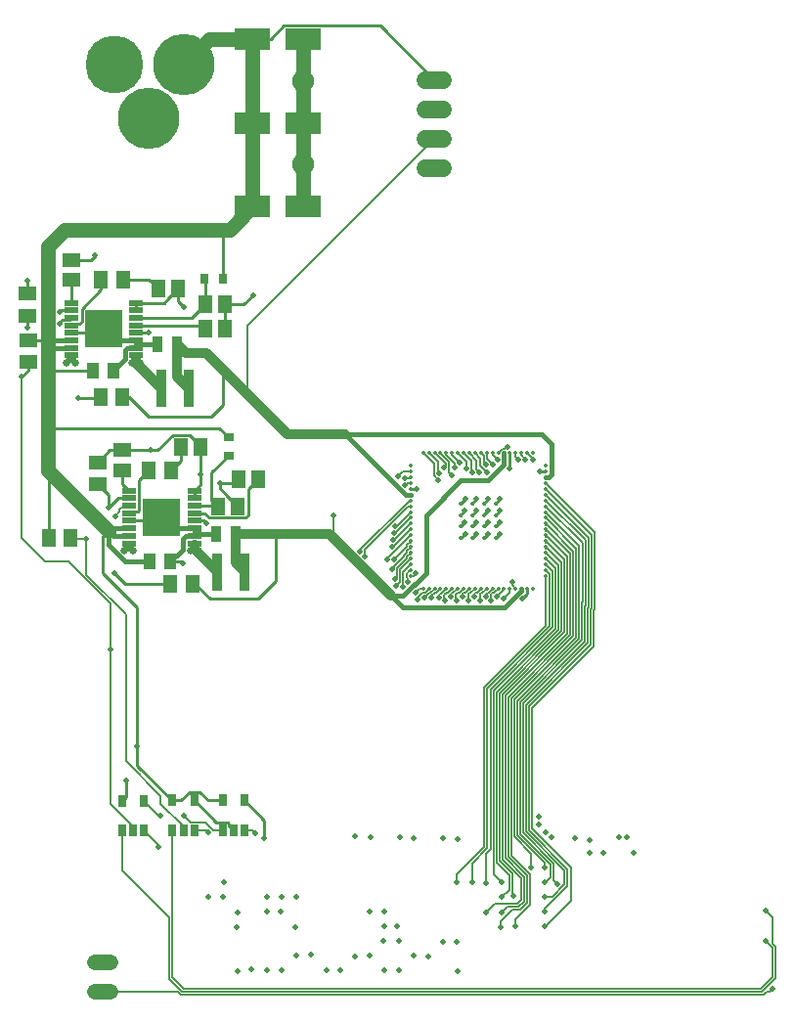
<source format=gbr>
G04 EAGLE Gerber RS-274X export*
G75*
%MOMM*%
%FSLAX34Y34*%
%LPD*%
%INTop Copper*%
%IPPOS*%
%AMOC8*
5,1,8,0,0,1.08239X$1,22.5*%
G01*
%ADD10R,1.300000X1.500000*%
%ADD11R,0.970000X1.470000*%
%ADD12R,1.500000X1.300000*%
%ADD13R,0.690000X0.990000*%
%ADD14R,0.800000X0.950000*%
%ADD15R,0.950000X0.800000*%
%ADD16R,1.271900X0.581800*%
%ADD17R,3.300000X3.300000*%
%ADD18C,1.524000*%
%ADD19R,0.961800X3.341800*%
%ADD20R,3.150000X1.850000*%
%ADD21C,0.340000*%
%ADD22R,1.037100X1.361800*%
%ADD23C,1.371600*%
%ADD24C,5.300000*%
%ADD25C,5.000000*%
%ADD26C,1.270000*%
%ADD27C,1.905000*%
%ADD28C,0.254000*%
%ADD29C,0.503200*%
%ADD30C,0.406400*%
%ADD31C,0.152400*%
%ADD32C,0.812800*%
%ADD33C,0.675000*%


D10*
X128100Y635700D03*
X145100Y635700D03*
X148000Y499100D03*
X165000Y499100D03*
X169000Y622300D03*
X186000Y622300D03*
X179500Y447400D03*
X196500Y447400D03*
D11*
X144200Y587400D03*
X127600Y587400D03*
X194900Y423200D03*
X178300Y423200D03*
D12*
X53000Y643500D03*
X53000Y660500D03*
X97300Y478900D03*
X97300Y495900D03*
D10*
X169100Y601100D03*
X186100Y601100D03*
X214400Y470600D03*
X197400Y470600D03*
D13*
X96900Y166700D03*
X106400Y166700D03*
X115900Y166700D03*
X115900Y192600D03*
X96900Y192600D03*
X140400Y166900D03*
X149900Y166900D03*
X159400Y166900D03*
X159400Y192800D03*
X140400Y192800D03*
X183800Y166900D03*
X193300Y166900D03*
X202800Y166900D03*
X202800Y192800D03*
X183800Y192800D03*
D10*
X97600Y643900D03*
X78600Y643900D03*
X138900Y478300D03*
X119900Y478300D03*
D14*
X168300Y644200D03*
X184300Y644200D03*
D15*
X188800Y491200D03*
X188800Y507200D03*
D10*
X157500Y380500D03*
X138500Y380500D03*
D12*
X75800Y466600D03*
X75800Y485600D03*
X15300Y572100D03*
X15300Y591100D03*
D10*
X52100Y420300D03*
X33100Y420300D03*
D16*
X52583Y623650D03*
X52583Y617150D03*
X52583Y610650D03*
X52583Y604150D03*
X52583Y597650D03*
X52583Y591150D03*
X52583Y584650D03*
X52583Y578150D03*
X109017Y578150D03*
X109017Y584650D03*
X109017Y591150D03*
X109017Y597650D03*
X109017Y604150D03*
X109017Y610650D03*
X109017Y617150D03*
X109017Y623650D03*
D17*
X80800Y600900D03*
D16*
X102883Y460950D03*
X102883Y454450D03*
X102883Y447950D03*
X102883Y441450D03*
X102883Y434950D03*
X102883Y428450D03*
X102883Y421950D03*
X102883Y415450D03*
X159317Y415450D03*
X159317Y421950D03*
X159317Y428450D03*
X159317Y434950D03*
X159317Y441450D03*
X159317Y447950D03*
X159317Y454450D03*
X159317Y460950D03*
D17*
X131100Y438200D03*
D18*
X359780Y740500D02*
X375020Y740500D01*
X375020Y765900D02*
X359780Y765900D01*
X359780Y791300D02*
X375020Y791300D01*
X375020Y816700D02*
X359780Y816700D01*
D19*
X130450Y550000D03*
X154150Y550000D03*
X179250Y390800D03*
X202950Y390800D03*
D20*
X209500Y852000D03*
X253500Y852000D03*
X209700Y779300D03*
X253700Y779300D03*
X209800Y706900D03*
X253800Y706900D03*
D21*
X357500Y493500D03*
X362500Y493500D03*
X367500Y493500D03*
X372500Y493500D03*
X377500Y493500D03*
X382500Y493500D03*
X387500Y493500D03*
X392500Y493500D03*
X397500Y493500D03*
X402500Y493500D03*
X407500Y493500D03*
X412500Y493500D03*
X417500Y493500D03*
X422500Y493500D03*
X427500Y493500D03*
X432500Y493500D03*
X437500Y493500D03*
X442500Y493500D03*
X447500Y493500D03*
X452500Y493500D03*
X357500Y376400D03*
X362500Y376400D03*
X367500Y376400D03*
X372500Y376400D03*
X377500Y376400D03*
X382500Y376400D03*
X387500Y376400D03*
X392500Y376400D03*
X397500Y376400D03*
X402500Y376400D03*
X407500Y376400D03*
X412500Y376400D03*
X417500Y376400D03*
X422500Y376400D03*
X427500Y376400D03*
X432500Y376400D03*
X437500Y376400D03*
X442500Y376400D03*
X447500Y376400D03*
X452500Y376400D03*
X346400Y387500D03*
X346400Y392500D03*
X346400Y397500D03*
X346400Y402500D03*
X346400Y407500D03*
X346400Y412500D03*
X346400Y417500D03*
X346400Y422500D03*
X346400Y427500D03*
X346400Y432500D03*
X346400Y437500D03*
X346400Y442500D03*
X346400Y447500D03*
X346400Y452500D03*
X346400Y457500D03*
X346400Y462500D03*
X346400Y467500D03*
X346400Y472500D03*
X346400Y477500D03*
X346400Y482500D03*
X463700Y387500D03*
X463700Y392500D03*
X463700Y397500D03*
X463700Y402500D03*
X463700Y407500D03*
X463700Y412500D03*
X463700Y417500D03*
X463700Y422500D03*
X463700Y427500D03*
X463700Y432500D03*
X463700Y437500D03*
X463700Y442500D03*
X463700Y447500D03*
X463700Y452500D03*
X463700Y457500D03*
X463700Y462500D03*
X463700Y467500D03*
X463700Y472500D03*
X463700Y477500D03*
X463700Y482500D03*
X410000Y440000D03*
X410000Y430000D03*
X400000Y430000D03*
X400000Y440000D03*
X400000Y450000D03*
X410000Y450000D03*
X420000Y450000D03*
X420000Y440000D03*
X420000Y430000D03*
X420000Y420000D03*
X410000Y420000D03*
X400000Y420000D03*
X390000Y420000D03*
X390000Y430000D03*
X390000Y440000D03*
X390000Y450000D03*
D12*
X15000Y612600D03*
X15000Y631600D03*
D10*
X97200Y542000D03*
X78200Y542000D03*
D22*
X71726Y564800D03*
X89474Y564800D03*
X121026Y399500D03*
X138774Y399500D03*
D23*
X86858Y27300D02*
X73142Y27300D01*
X73142Y52700D02*
X86858Y52700D01*
D24*
X150000Y830000D03*
D25*
X90000Y830000D03*
D24*
X120000Y783000D03*
D26*
X253500Y815500D02*
X253500Y852000D01*
X253500Y815500D02*
X253500Y779500D01*
X253700Y779300D01*
X253700Y707000D01*
X253800Y706900D01*
D27*
X253500Y815500D03*
X253900Y743200D03*
D28*
X127850Y434950D02*
X102883Y434950D01*
X127850Y434950D02*
X131100Y438200D01*
X75800Y485600D02*
X86100Y495900D01*
X97300Y495900D01*
X140553Y508886D02*
X155447Y508886D01*
X156786Y507547D01*
X121300Y495900D02*
X97300Y495900D01*
X121300Y495900D02*
X127567Y495900D01*
X140553Y508886D01*
X156786Y507547D02*
X156786Y507314D01*
X165000Y499100D01*
X165000Y466633D02*
X159317Y460950D01*
X159317Y454450D01*
D29*
X121300Y495900D03*
X164900Y474900D03*
D28*
X165000Y474800D02*
X165000Y466633D01*
X165000Y474800D02*
X164900Y474900D01*
X164900Y499000D01*
X165000Y499100D01*
D29*
X181200Y467700D03*
D28*
X188286Y455614D02*
X196500Y447400D01*
X188286Y455614D02*
X188286Y455847D01*
X181200Y462933D02*
X181200Y467700D01*
X181200Y462933D02*
X188286Y455847D01*
X194500Y467700D02*
X197400Y470600D01*
X194500Y467700D02*
X181200Y467700D01*
D30*
X178300Y423200D02*
X164567Y423200D01*
X159317Y428450D01*
X159317Y421950D01*
X149377Y410103D02*
X138774Y399500D01*
X151695Y421407D02*
X158774Y421407D01*
X159317Y421950D01*
X149377Y419089D02*
X149377Y410103D01*
X149377Y419089D02*
X151695Y421407D01*
X159317Y428450D02*
X140850Y428450D01*
X131100Y438200D01*
D28*
X138774Y399500D02*
X147300Y399500D01*
X149000Y397800D01*
X149100Y397800D01*
D29*
X149100Y397800D03*
D30*
X127600Y587400D02*
X111767Y587400D01*
X109017Y584650D01*
X109017Y591150D01*
X90550Y591150D01*
X80800Y600900D01*
X99610Y574936D02*
X89474Y564800D01*
X99610Y574936D02*
X99610Y582322D01*
X101395Y584107D01*
X108474Y584107D01*
X109017Y584650D01*
D28*
X77550Y597650D02*
X52583Y597650D01*
X77550Y597650D02*
X80800Y600900D01*
X69500Y660500D02*
X53000Y660500D01*
X69500Y660500D02*
X73700Y664700D01*
X73600Y664800D01*
D29*
X73600Y664800D03*
D28*
X186100Y622200D02*
X186100Y601100D01*
X186100Y622200D02*
X186000Y622300D01*
X202300Y622300D01*
X210000Y630000D01*
X209950Y630050D01*
D29*
X209950Y630050D03*
D28*
X109017Y623650D02*
X109017Y617150D01*
X136886Y627253D02*
X136886Y627486D01*
X145100Y635700D01*
X133283Y623650D02*
X109017Y623650D01*
X133283Y623650D02*
X136886Y627253D01*
X145100Y624900D02*
X145100Y635700D01*
X145100Y624900D02*
X150000Y620000D01*
X149950Y619950D01*
D29*
X149950Y619950D03*
D31*
X115900Y166700D02*
X128500Y154100D01*
X128500Y152800D01*
X128300Y152800D01*
D29*
X128300Y152800D03*
D31*
X159400Y166900D02*
X169400Y166900D01*
X171200Y165100D02*
X171300Y165100D01*
D29*
X171300Y165100D03*
D31*
X171200Y165100D02*
X169400Y166900D01*
X202800Y166900D02*
X209100Y166900D01*
X211900Y164100D01*
D29*
X211900Y164100D03*
D28*
X458100Y477500D02*
X463700Y477500D01*
D29*
X458100Y477500D03*
D28*
X432500Y480300D02*
X432500Y493500D01*
D29*
X432500Y480300D03*
D28*
X351600Y462500D02*
X346400Y462500D01*
D29*
X351600Y462500D03*
D28*
X447500Y376400D02*
X447500Y371600D01*
X443200Y367300D01*
D29*
X443200Y367300D03*
D28*
X390000Y450000D02*
X393700Y453700D01*
X393700Y453800D01*
D29*
X393700Y453800D03*
D28*
X400000Y450000D02*
X403800Y453800D01*
X403800Y453900D01*
D29*
X403800Y453900D03*
D28*
X410000Y450100D02*
X410000Y450000D01*
X410000Y450100D02*
X413800Y453900D01*
D29*
X413800Y453900D03*
D28*
X420000Y450000D02*
X423700Y453700D01*
X424000Y453700D01*
D29*
X424000Y453700D03*
D28*
X393600Y443600D02*
X390000Y440000D01*
X393600Y443600D02*
X393600Y443700D01*
D29*
X393600Y443700D03*
D28*
X400000Y440000D02*
X403600Y443600D01*
X403600Y443700D01*
D29*
X403600Y443700D03*
D28*
X410000Y440200D02*
X410000Y440000D01*
X410000Y440200D02*
X413600Y443800D01*
D29*
X413600Y443800D03*
D28*
X420000Y440000D02*
X423600Y443600D01*
X423600Y443700D01*
D29*
X423600Y443700D03*
D28*
X393500Y433500D02*
X390000Y430000D01*
X393500Y433500D02*
X393500Y433800D01*
D29*
X393500Y433800D03*
D28*
X400000Y430000D02*
X403600Y433600D01*
X403600Y433700D01*
D29*
X403600Y433700D03*
D28*
X410000Y430000D02*
X413700Y433700D01*
X413800Y433700D01*
D29*
X413800Y433700D03*
D28*
X420000Y430000D02*
X423600Y433600D01*
D29*
X423600Y433600D03*
D28*
X393700Y423700D02*
X390000Y420000D01*
D29*
X393700Y423700D03*
D28*
X400000Y420000D02*
X403700Y423700D01*
D29*
X403700Y423700D03*
D28*
X410000Y420000D02*
X413600Y423600D01*
D29*
X413600Y423600D03*
D28*
X420000Y420000D02*
X423600Y423600D01*
D29*
X423600Y423600D03*
D28*
X15000Y631600D02*
X15000Y642600D01*
D29*
X15000Y642600D03*
D26*
X189800Y686900D02*
X209800Y706900D01*
X189800Y686900D02*
X46900Y686900D01*
X32500Y672500D02*
X32500Y597500D01*
X32500Y587500D01*
X32500Y672500D02*
X46900Y686900D01*
D30*
X52583Y591150D02*
X38850Y591150D01*
X32500Y597500D01*
X35350Y584650D02*
X52583Y584650D01*
X35350Y584650D02*
X32500Y587500D01*
X32400Y587600D01*
D26*
X32400Y478600D02*
X84800Y426200D01*
X32400Y570000D02*
X32400Y587600D01*
X32400Y570000D02*
X32400Y515300D01*
X32400Y478600D01*
D30*
X89050Y421950D02*
X102883Y421950D01*
X89050Y421950D02*
X84800Y426200D01*
X87050Y428450D02*
X102883Y428450D01*
X87050Y428450D02*
X84800Y426200D01*
X99400Y399500D02*
X121026Y399500D01*
X84800Y414100D02*
X84800Y426200D01*
X84800Y414100D02*
X99400Y399500D01*
D26*
X150000Y830000D02*
X172000Y852000D01*
X209500Y852000D01*
X209500Y779500D01*
X209700Y779300D01*
X209800Y779200D01*
X209800Y706900D01*
D28*
X209500Y852000D02*
X225267Y852000D01*
X236803Y863536D01*
X320564Y863536D01*
X367400Y816700D01*
X33100Y477900D02*
X33100Y420300D01*
X33100Y477900D02*
X32400Y478600D01*
X180700Y515300D02*
X188800Y507200D01*
X180700Y515300D02*
X32400Y515300D01*
X37600Y564800D02*
X71726Y564800D01*
X37600Y564800D02*
X32400Y570000D01*
X28900Y591100D02*
X15300Y591100D01*
X28900Y591100D02*
X32500Y587500D01*
X184300Y644200D02*
X184300Y681400D01*
X189800Y686900D01*
X84800Y426200D02*
X80000Y421400D01*
X80000Y390000D01*
X110000Y360000D01*
X110000Y223200D02*
X140400Y192800D01*
X110000Y240000D02*
X110000Y360000D01*
X110000Y240000D02*
X110000Y223200D01*
X155003Y200036D02*
X163797Y200036D01*
X147767Y192800D02*
X140400Y192800D01*
X171033Y192800D02*
X183800Y192800D01*
X155003Y200036D02*
X147767Y192800D01*
X163797Y200036D02*
X171033Y192800D01*
D29*
X110000Y240000D03*
X100000Y210000D03*
D28*
X100000Y195700D01*
X96900Y192600D01*
D31*
X657300Y27300D02*
X660000Y30000D01*
X145516Y27300D02*
X80000Y27300D01*
X145516Y27300D02*
X147896Y24920D01*
X654484Y27300D02*
X657300Y27300D01*
X652104Y24920D02*
X147896Y24920D01*
X652104Y24920D02*
X654484Y27300D01*
D29*
X660000Y30000D03*
D31*
X437500Y376400D02*
X434693Y379207D01*
X434693Y381606D01*
D29*
X434693Y381606D03*
X387100Y45300D03*
D31*
X408800Y372700D02*
X412500Y376400D01*
X408800Y372700D02*
X407400Y372700D01*
X406613Y371913D01*
X406613Y365887D01*
D29*
X406613Y365887D03*
X336400Y46000D03*
D31*
X404100Y373000D02*
X407500Y376400D01*
X404100Y373000D02*
X404019Y373000D01*
X403941Y372922D01*
X403200Y372922D01*
X401863Y371585D01*
X401863Y369690D01*
D29*
X401863Y369690D03*
X323700Y45800D03*
D31*
X352200Y366818D02*
X352200Y368200D01*
X359000Y372900D02*
X362500Y376400D01*
X359000Y372900D02*
X356900Y372900D01*
X352200Y368200D01*
D29*
X352200Y366818D03*
X285500Y45600D03*
D31*
X354269Y376400D02*
X357500Y376400D01*
X354269Y376400D02*
X350734Y372866D01*
D29*
X350734Y372866D03*
X273500Y45900D03*
D31*
X331336Y412436D02*
X346400Y427500D01*
X331336Y412436D02*
X330264Y412436D01*
D29*
X330264Y412436D03*
X234600Y45600D03*
D31*
X332384Y418484D02*
X346400Y432500D01*
X332384Y418484D02*
X331312Y418484D01*
D29*
X331312Y418484D03*
X222150Y45850D03*
D31*
X421200Y375100D02*
X422500Y376400D01*
X421200Y375100D02*
X420978Y375100D01*
X420978Y374959D01*
X418941Y372922D01*
X417614Y372922D01*
X416290Y371598D01*
X416290Y365564D01*
D29*
X416290Y365564D03*
X361900Y57900D03*
D31*
X414000Y372900D02*
X417500Y376400D01*
X414000Y372900D02*
X413600Y372900D01*
X411613Y370913D01*
X411613Y369440D01*
D29*
X411613Y369440D03*
X348800Y58400D03*
D31*
X369100Y373000D02*
X372500Y376400D01*
X369100Y373000D02*
X369019Y373000D01*
X368941Y372922D01*
X367614Y372922D01*
X364848Y370156D02*
X364848Y368406D01*
D29*
X364848Y368406D03*
D31*
X364848Y370156D02*
X367614Y372922D01*
D29*
X310900Y58700D03*
D31*
X363800Y372700D02*
X367500Y376400D01*
X363800Y372700D02*
X362700Y372700D01*
X358800Y368800D01*
X358800Y368500D01*
D29*
X358800Y368500D03*
X298200Y58100D03*
X332372Y401728D03*
D31*
X346400Y415978D02*
X346400Y417500D01*
X346400Y415978D02*
X344959Y415978D01*
X342922Y413941D01*
X342922Y412533D01*
X340382Y409993D01*
X340382Y409739D01*
X332372Y401728D01*
D29*
X259900Y59200D03*
D31*
X326324Y402424D02*
X346400Y422500D01*
X326324Y402424D02*
X326324Y401753D01*
D29*
X326324Y401753D03*
X247400Y58600D03*
D31*
X333432Y424532D02*
X346400Y437500D01*
X333432Y424532D02*
X332360Y424532D01*
D29*
X332360Y424532D03*
X209000Y46600D03*
D31*
X334480Y430580D02*
X346400Y442500D01*
X334480Y430580D02*
X333408Y430580D01*
D29*
X333408Y430580D03*
X196550Y45250D03*
D31*
X498000Y418200D02*
X463700Y452500D01*
X498000Y361900D02*
X497780Y361680D01*
X497780Y360996D01*
X497720Y360936D01*
X497720Y360844D01*
X497658Y360782D01*
X497658Y330660D01*
X443800Y276802D01*
X443800Y164892D01*
D29*
X473600Y120400D03*
D31*
X498000Y361900D02*
X498000Y418200D01*
X443800Y164892D02*
X470540Y138152D01*
X470540Y123460D01*
X473600Y120400D01*
X495300Y415900D02*
X463700Y447500D01*
X495300Y365300D02*
X495240Y365240D01*
X495240Y362048D01*
X495180Y361988D01*
X495180Y361896D01*
X495118Y361834D01*
X495118Y331913D01*
X441260Y278055D02*
X441260Y163840D01*
X468000Y126700D02*
X463200Y121900D01*
X463000Y121900D01*
D29*
X463000Y121900D03*
D31*
X495300Y365300D02*
X495300Y415900D01*
X495118Y331913D02*
X441260Y278055D01*
X441260Y163840D02*
X468000Y137100D01*
X468000Y126700D01*
X463700Y410978D02*
X463700Y412500D01*
X463700Y410978D02*
X465141Y410978D01*
X477338Y398781D01*
D29*
X435900Y110600D03*
D31*
X434600Y129300D02*
X423480Y140420D01*
X423480Y285619D02*
X477338Y339477D01*
X477338Y398781D01*
X434600Y111900D02*
X435900Y110600D01*
X434600Y111900D02*
X434600Y129300D01*
X423480Y140420D02*
X423480Y285619D01*
X425200Y109200D02*
X425300Y109200D01*
D29*
X425200Y109200D03*
D31*
X425300Y109200D02*
X431800Y115700D01*
X431800Y128200D01*
X420940Y139060D01*
X420940Y286672D01*
X474798Y340530D01*
X474798Y396402D02*
X463700Y407500D01*
X474798Y396402D02*
X474798Y340530D01*
X399700Y138308D02*
X399700Y121700D01*
X399700Y138308D02*
X413040Y151648D01*
X463700Y392419D02*
X463700Y392500D01*
X463700Y392419D02*
X467178Y388941D01*
X467178Y343959D01*
X413040Y289821D01*
X413040Y151648D01*
D29*
X399700Y121700D03*
D31*
X463700Y344200D02*
X463700Y387500D01*
X463700Y344200D02*
X410300Y290800D01*
X410300Y152700D01*
D29*
X386400Y121800D03*
D31*
X386400Y128800D02*
X410300Y152700D01*
X386400Y128800D02*
X386400Y121800D01*
X348799Y387500D02*
X346400Y387500D01*
X348799Y387500D02*
X350650Y389350D01*
D29*
X350650Y389350D03*
X247600Y109400D03*
D31*
X344399Y390499D02*
X346400Y392500D01*
D29*
X344399Y382268D03*
D31*
X344399Y390418D02*
X344399Y390499D01*
X344399Y390418D02*
X342922Y388941D01*
X342922Y386059D01*
X344399Y384582D01*
X344399Y382268D01*
D29*
X235050Y109250D03*
D31*
X346082Y472182D02*
X346400Y472500D01*
X346082Y472182D02*
X341400Y472182D01*
D29*
X341400Y472182D03*
X185000Y121800D03*
D31*
X390900Y374800D02*
X392500Y376400D01*
X390900Y374800D02*
X390819Y374800D01*
X388941Y372922D01*
X387614Y372922D01*
X385543Y370851D01*
X385543Y366229D02*
X386209Y365564D01*
D29*
X386209Y365564D03*
D31*
X385543Y366229D02*
X385543Y370851D01*
D29*
X334600Y84300D03*
D31*
X383500Y372400D02*
X387500Y376400D01*
X383500Y372400D02*
X382400Y372400D01*
X381249Y371249D01*
X381249Y369158D01*
D29*
X381249Y369158D03*
X323600Y83800D03*
D31*
X492700Y413500D02*
X463700Y442500D01*
X492700Y363100D02*
X492640Y363040D01*
X492640Y362948D01*
X492578Y362886D01*
X492578Y332965D01*
X438720Y279107D01*
X462800Y138700D02*
X462800Y134900D01*
D29*
X462800Y134900D03*
D31*
X492700Y363100D02*
X492700Y413500D01*
X438720Y279107D02*
X438720Y162780D01*
X462800Y138700D01*
X490100Y411100D02*
X463700Y437500D01*
X490100Y364000D02*
X490038Y363938D01*
X490038Y334017D01*
X436180Y280159D01*
D29*
X451200Y135100D03*
D31*
X490100Y364000D02*
X490100Y411100D01*
X436180Y280159D02*
X436180Y161589D01*
X451200Y146569D02*
X451200Y135100D01*
X451200Y146569D02*
X436180Y161589D01*
X463700Y402419D02*
X463700Y402500D01*
X463700Y402419D02*
X472258Y393861D01*
X472258Y341682D01*
X418400Y129100D02*
X425300Y122200D01*
X418400Y129100D02*
X418400Y287824D01*
X472258Y341682D01*
D29*
X425300Y122200D03*
D31*
X412142Y146958D02*
X415780Y150596D01*
X463700Y397419D02*
X463700Y397500D01*
X463700Y397419D02*
X469718Y391401D01*
X469718Y342907D02*
X415780Y288969D01*
X415780Y150596D01*
X469718Y342907D02*
X469718Y391401D01*
X412142Y146958D02*
X412150Y146950D01*
X412150Y121650D01*
D29*
X412150Y121650D03*
D31*
X503300Y422900D02*
X463700Y462500D01*
X503300Y361000D02*
X503240Y360940D01*
X503240Y359248D01*
X502800Y358808D01*
X502800Y358739D01*
X502738Y358677D01*
X502738Y327956D01*
X448880Y274098D01*
X448880Y166996D02*
X482540Y133336D01*
X482540Y118948D01*
X462700Y99108D02*
X462700Y96300D01*
X462600Y96300D01*
D29*
X462600Y96300D03*
D31*
X503300Y361000D02*
X503300Y422900D01*
X448880Y274098D02*
X448880Y166996D01*
X482540Y118948D02*
X462700Y99108D01*
X500700Y420500D02*
X463700Y457500D01*
X500700Y360300D02*
X500260Y359860D01*
X500260Y359792D01*
X500198Y359730D01*
X500198Y329308D01*
X446340Y275450D01*
X446340Y165944D02*
X480000Y132284D01*
X480000Y120000D01*
X469200Y109200D01*
X463000Y109200D01*
X462900Y109300D01*
D29*
X462900Y109300D03*
D31*
X500700Y360300D02*
X500700Y420500D01*
X446340Y275450D02*
X446340Y165944D01*
X463700Y420978D02*
X463700Y422500D01*
X463700Y420978D02*
X465141Y420978D01*
X440100Y100700D02*
X430200Y100700D01*
X425300Y95800D01*
D29*
X425300Y95800D03*
D31*
X440100Y100700D02*
X444900Y105500D01*
X444900Y126592D02*
X428560Y142932D01*
X428560Y283415D01*
X482418Y337273D01*
X482418Y403701D02*
X465141Y420978D01*
X482418Y403701D02*
X482418Y337273D01*
X444900Y126592D02*
X444900Y105500D01*
X463700Y415978D02*
X463700Y417500D01*
X463700Y415978D02*
X465141Y415978D01*
X479878Y401241D01*
X438773Y103300D02*
X419200Y103300D01*
X412100Y96200D01*
D29*
X412100Y96200D03*
D31*
X438773Y103300D02*
X442294Y106821D01*
X442294Y125606D01*
X426020Y141880D01*
X426020Y284567D02*
X479878Y338425D01*
X479878Y401241D01*
X426020Y284567D02*
X426020Y141880D01*
X506000Y425200D02*
X463700Y467500D01*
X506000Y360100D02*
X505780Y359880D01*
X505780Y358196D01*
X505340Y357756D01*
X505340Y357687D01*
X505278Y357625D01*
X505278Y326504D01*
X451420Y272646D01*
X485200Y105800D02*
X463200Y83800D01*
X462900Y84100D01*
D29*
X462900Y84100D03*
D31*
X506000Y360100D02*
X506000Y425200D01*
X451420Y272646D02*
X451420Y168580D01*
X485200Y134800D01*
X485200Y105800D01*
X463700Y430978D02*
X463700Y432500D01*
X463700Y430978D02*
X465141Y430978D01*
X487498Y408621D01*
X437650Y89750D02*
X437650Y84150D01*
X437650Y89750D02*
X450104Y102204D01*
D29*
X437650Y84150D03*
D31*
X450104Y128196D02*
X449980Y128320D01*
X449980Y128696D01*
X433640Y145036D01*
X433640Y281311D02*
X487498Y335169D01*
X487498Y408621D01*
X450104Y128196D02*
X450104Y102204D01*
X433640Y145036D02*
X433640Y281311D01*
X463700Y425978D02*
X463700Y427500D01*
X463700Y425978D02*
X465141Y425978D01*
X484958Y406161D01*
X424700Y88500D02*
X424700Y83300D01*
X424700Y88500D02*
X434360Y98160D01*
D29*
X424700Y83300D03*
D31*
X434360Y98160D02*
X441152Y98160D01*
X447440Y104448D01*
X447440Y127644D02*
X431100Y143984D01*
X431100Y282363D02*
X484958Y336221D01*
X484958Y406161D01*
X447440Y127644D02*
X447440Y104448D01*
X431100Y143984D02*
X431100Y282363D01*
X442500Y491820D02*
X442500Y493500D01*
X442500Y491820D02*
X446052Y488268D01*
D29*
X446052Y488268D03*
X533900Y161100D03*
D31*
X437500Y490400D02*
X437500Y493500D01*
X437500Y490400D02*
X439800Y488100D01*
D29*
X439800Y488100D03*
X526600Y161000D03*
D31*
X412500Y488899D02*
X412500Y493500D01*
X412500Y488899D02*
X417999Y483399D01*
D29*
X417999Y483399D03*
X501400Y158800D03*
D31*
X409960Y491040D02*
X407500Y493500D01*
X409960Y485366D02*
X411951Y483375D01*
D29*
X411951Y483375D03*
X488900Y160500D03*
D31*
X409960Y485366D02*
X409960Y491040D01*
X406900Y489100D02*
X402500Y493500D01*
X406900Y482353D02*
X412327Y476927D01*
D29*
X412327Y476927D03*
X468400Y160900D03*
D31*
X406900Y482353D02*
X406900Y489100D01*
X403700Y487300D02*
X397500Y493500D01*
X403700Y479200D02*
X406200Y476700D01*
D29*
X406200Y476700D03*
X463100Y165100D03*
D31*
X403700Y479200D02*
X403700Y487300D01*
X399100Y486900D02*
X392500Y493500D01*
X399100Y477727D02*
X400152Y476675D01*
D29*
X400152Y476675D03*
X457800Y171700D03*
D31*
X399100Y477727D02*
X399100Y486900D01*
X394806Y486194D02*
X387500Y493500D01*
X394806Y486194D02*
X394806Y480500D01*
D29*
X394806Y480500D03*
X457500Y179200D03*
D31*
X382500Y491700D02*
X382500Y493500D01*
X382500Y491700D02*
X389300Y484900D01*
D29*
X389300Y484900D03*
X387550Y159750D03*
D31*
X377500Y492300D02*
X377500Y493500D01*
X384912Y484888D02*
X384912Y480735D01*
D29*
X384912Y480735D03*
D31*
X384912Y484888D02*
X377500Y492300D01*
D29*
X374500Y159800D03*
D31*
X452100Y488900D02*
X447500Y493500D01*
X452100Y488900D02*
X452100Y488268D01*
D29*
X452100Y488268D03*
X539400Y147200D03*
D31*
X422500Y493500D02*
X423438Y494438D01*
X423438Y494826D01*
X425922Y497310D01*
X429900Y498900D02*
X430200Y498900D01*
D29*
X430200Y498900D03*
X513800Y147600D03*
D31*
X428310Y497310D02*
X425922Y497310D01*
X428310Y497310D02*
X429900Y498900D01*
X417500Y493500D02*
X417500Y492452D01*
X421684Y488268D01*
D29*
X421684Y488268D03*
X501250Y147550D03*
D31*
X380000Y486000D02*
X372500Y493500D01*
X380000Y476794D02*
X382297Y474497D01*
D29*
X382297Y474497D03*
D31*
X380000Y476794D02*
X380000Y486000D01*
D29*
X349000Y160100D03*
D31*
X376900Y484100D02*
X367500Y493500D01*
X376900Y482094D02*
X375706Y480900D01*
D29*
X375706Y480900D03*
D31*
X376900Y482094D02*
X376900Y484100D01*
D29*
X337450Y161450D03*
D31*
X370000Y486000D02*
X362500Y493500D01*
X370000Y477412D02*
X371412Y476000D01*
D29*
X371412Y476000D03*
D31*
X370000Y477412D02*
X370000Y486000D01*
D29*
X311750Y160650D03*
D31*
X366800Y484200D02*
X357500Y493500D01*
X366800Y473935D02*
X370783Y469952D01*
D29*
X370783Y469952D03*
D31*
X366800Y473935D02*
X366800Y484200D01*
D29*
X298400Y161500D03*
D28*
X220000Y175600D02*
X202800Y192800D01*
X220000Y175600D02*
X220000Y160000D01*
D29*
X220000Y160000D03*
X332806Y384748D03*
D31*
X346400Y405978D02*
X346400Y407500D01*
X346400Y405978D02*
X344959Y405978D01*
X342922Y403941D01*
X342922Y402614D01*
X334560Y394252D01*
X334560Y386502D02*
X332806Y384748D01*
X334560Y386502D02*
X334560Y394252D01*
D29*
X221800Y109200D03*
X330266Y393300D03*
D31*
X346400Y410978D02*
X346400Y412500D01*
X346400Y410978D02*
X344959Y410978D01*
X342922Y408941D01*
X342922Y407533D01*
X340382Y404993D01*
X340382Y403666D01*
X332020Y395304D01*
X332020Y395054D01*
X330266Y393300D01*
D29*
X221900Y96500D03*
D31*
X343100Y467500D02*
X346400Y467500D01*
X343100Y467500D02*
X341734Y466134D01*
D29*
X341734Y466134D03*
X184000Y109500D03*
D31*
X339652Y477500D02*
X346400Y477500D01*
X339652Y477500D02*
X335352Y473200D01*
D29*
X335352Y473200D03*
X171000Y109500D03*
D31*
X379700Y373600D02*
X382500Y376400D01*
X379700Y373600D02*
X379619Y373600D01*
X378941Y372922D01*
X377614Y372922D01*
X375700Y371008D01*
X375700Y366154D02*
X376290Y365564D01*
D29*
X376290Y365564D03*
D31*
X375700Y366154D02*
X375700Y371008D01*
D29*
X323600Y96300D03*
D31*
X373100Y372000D02*
X377500Y376400D01*
X373100Y372000D02*
X372500Y372000D01*
X370896Y370396D01*
X370896Y368723D01*
D29*
X370896Y368723D03*
X310700Y96600D03*
D31*
X339800Y390900D02*
X346400Y397500D01*
X339800Y378314D02*
X340075Y378039D01*
D29*
X340075Y378039D03*
X246900Y83400D03*
D31*
X339800Y378314D02*
X339800Y390900D01*
X337100Y393200D02*
X346400Y402500D01*
X337100Y393200D02*
X337100Y381700D01*
X334100Y378700D01*
X334027Y378700D01*
D29*
X334027Y378700D03*
X234400Y96700D03*
D31*
X307000Y404200D02*
X307000Y410245D01*
D29*
X307000Y404200D03*
D31*
X344255Y447500D02*
X346400Y447500D01*
X344255Y447500D02*
X307000Y410245D01*
D29*
X196700Y96200D03*
D31*
X302706Y408459D02*
X302706Y409544D01*
D29*
X302706Y408459D03*
D31*
X345663Y452500D02*
X346400Y452500D01*
X345663Y452500D02*
X302706Y409544D01*
D29*
X195900Y83400D03*
D31*
X432500Y372554D02*
X432500Y376400D01*
X432500Y372554D02*
X427297Y367351D01*
D29*
X427297Y367351D03*
X386500Y70800D03*
D31*
X427500Y375409D02*
X427500Y376400D01*
X427500Y375409D02*
X421249Y369158D01*
D29*
X421249Y369158D03*
X374800Y70800D03*
D31*
X398600Y372500D02*
X402500Y376400D01*
X398600Y372500D02*
X397400Y372500D01*
X396822Y371922D01*
X396822Y366178D01*
D29*
X396822Y366178D03*
X336100Y71400D03*
D31*
X393800Y372700D02*
X397500Y376400D01*
X393800Y372700D02*
X392700Y372700D01*
X391546Y371546D01*
X391546Y369454D01*
D29*
X391546Y369454D03*
X323100Y71100D03*
D31*
X140400Y39600D02*
X140400Y166900D01*
X140400Y39600D02*
X150000Y30000D01*
X650000Y30000D01*
X660000Y40000D01*
X660000Y65100D01*
X654100Y71000D01*
D29*
X654100Y71000D03*
D31*
X96900Y132500D02*
X96900Y166700D01*
X137860Y38548D02*
X148948Y27460D01*
X651052Y27460D01*
X662540Y38948D01*
X662540Y66152D01*
X660000Y68692D01*
X660000Y91200D02*
X653600Y97600D01*
X653650Y97650D01*
D29*
X653650Y97650D03*
D31*
X137860Y91540D02*
X96900Y132500D01*
X137860Y91540D02*
X137860Y38548D01*
X660000Y68692D02*
X660000Y91200D01*
D32*
X151600Y580000D02*
X144200Y587400D01*
X240000Y510000D02*
X290000Y510000D01*
D30*
X460000Y510000D01*
D32*
X170000Y580000D02*
X151600Y580000D01*
X170000Y580000D02*
X182300Y567700D01*
X205000Y545000D01*
X240000Y510000D01*
D31*
X205000Y603500D02*
X367400Y765900D01*
X205000Y603500D02*
X205000Y545000D01*
X290000Y510000D02*
X293900Y510000D01*
D28*
X103200Y542000D02*
X97200Y542000D01*
X103200Y542000D02*
X119700Y525500D01*
X174100Y525500D01*
X184200Y535600D01*
X184200Y565800D01*
X182300Y567700D01*
D32*
X154150Y550000D02*
X144200Y559950D01*
X144200Y587400D01*
D30*
X342500Y457500D02*
X346400Y457500D01*
X342500Y457500D02*
X290000Y510000D01*
X465667Y472752D02*
X468448Y475533D01*
X465667Y472752D02*
X463952Y472752D01*
X463700Y472500D01*
X468448Y501552D02*
X460000Y510000D01*
X468448Y501552D02*
X468448Y475533D01*
D31*
X50000Y400000D02*
X30000Y400000D01*
X50000Y400000D02*
X86800Y363200D01*
X86800Y323600D01*
X86800Y190100D01*
X106400Y170500D02*
X106400Y166700D01*
X106400Y170500D02*
X86800Y190100D01*
D28*
X159317Y434950D02*
X166850Y434950D01*
X168800Y433000D02*
X169600Y433000D01*
D29*
X169600Y433000D03*
X86800Y323600D03*
D28*
X168800Y433000D02*
X166850Y434950D01*
X51278Y609345D02*
X52583Y610650D01*
X51278Y609345D02*
X45277Y609345D01*
X43938Y608006D01*
X43938Y606838D01*
X42900Y605800D01*
X42600Y605800D01*
D29*
X42600Y605800D03*
X10000Y560000D03*
D28*
X15300Y565300D01*
X15300Y572100D01*
D31*
X10000Y560000D02*
X10000Y420000D01*
X30000Y400000D01*
D28*
X52583Y604150D02*
X53888Y605455D01*
X59889Y605455D01*
X78600Y634933D02*
X78600Y643900D01*
X78600Y634933D02*
X62014Y618347D01*
X62014Y607580D02*
X59889Y605455D01*
X62014Y607580D02*
X62014Y618347D01*
X97600Y643900D02*
X119900Y643900D01*
X128100Y635700D01*
X109017Y604150D02*
X109022Y604145D01*
X166055Y604145D02*
X169100Y601100D01*
X166055Y604145D02*
X109022Y604145D01*
X52583Y623650D02*
X52583Y643083D01*
X53000Y643500D01*
D30*
X52583Y578150D02*
X50483Y576050D01*
X50483Y573183D01*
X48800Y571500D01*
D33*
X48800Y571500D03*
X112300Y571600D03*
D30*
X110800Y573100D02*
X110800Y578150D01*
X110800Y573100D02*
X112300Y571600D01*
X110800Y578150D02*
X109017Y578150D01*
D33*
X105100Y571300D03*
D30*
X106800Y578150D02*
X109017Y578150D01*
X106800Y573000D02*
X105100Y571300D01*
X106800Y573000D02*
X106800Y578150D01*
D33*
X56200Y571400D03*
D30*
X54483Y573117D01*
X54483Y576250D02*
X52583Y578150D01*
X54483Y576250D02*
X54483Y573117D01*
D32*
X109017Y571433D02*
X130450Y550000D01*
X109017Y571433D02*
X109017Y576661D01*
D28*
X169000Y643500D02*
X168300Y644200D01*
X169000Y643500D02*
X169000Y622300D01*
X157350Y610650D01*
X109017Y610650D01*
D32*
X194900Y398850D02*
X202950Y390800D01*
X194900Y398850D02*
X194900Y423200D01*
X230000Y423200D01*
X276800Y423200D01*
D30*
X340000Y360000D02*
X427815Y360000D01*
D32*
X330000Y370000D02*
X276800Y423200D01*
D30*
X330000Y370000D02*
X340000Y360000D01*
D28*
X159500Y380500D02*
X157500Y380500D01*
X172700Y367300D02*
X214500Y367300D01*
X230000Y382800D01*
X230000Y423200D01*
X172700Y367300D02*
X159500Y380500D01*
D30*
X427248Y493248D02*
X427500Y493500D01*
X427248Y493248D02*
X427248Y483433D01*
X413815Y470000D01*
X360000Y440000D02*
X360000Y390000D01*
X340000Y370000D01*
X330000Y370000D01*
X390000Y470000D02*
X413815Y470000D01*
X390000Y470000D02*
X360000Y440000D01*
X442248Y376148D02*
X442500Y376400D01*
X442248Y376148D02*
X442248Y374433D01*
X427815Y360000D01*
D29*
X280000Y440000D03*
D31*
X280000Y426400D01*
X276800Y423200D01*
D28*
X111529Y444094D02*
X110189Y442755D01*
X104188Y442755D02*
X102883Y441450D01*
X104188Y442755D02*
X110189Y442755D01*
X111529Y469929D02*
X119900Y478300D01*
X111529Y469929D02*
X111529Y444094D01*
X138900Y478300D02*
X148000Y487400D01*
X148000Y499100D01*
X206186Y462386D02*
X214400Y470600D01*
X168217Y441450D02*
X159317Y441450D01*
X168217Y441450D02*
X172053Y437614D01*
X203947Y437614D01*
X206186Y439853D01*
X206186Y462386D01*
X102883Y460950D02*
X97300Y466533D01*
X97300Y478900D01*
D33*
X106500Y409000D03*
X155800Y408900D03*
X162900Y408900D03*
D30*
X106500Y409000D02*
X106433Y409000D01*
X104883Y410550D01*
X104883Y413450D01*
X102883Y415450D01*
X155800Y408933D02*
X157317Y410450D01*
X155800Y408933D02*
X155800Y408900D01*
X157317Y410450D02*
X157317Y413450D01*
X159317Y415450D01*
X161317Y410483D02*
X162900Y408900D01*
X161317Y413450D02*
X159317Y415450D01*
X161317Y413450D02*
X161317Y410483D01*
X102883Y412883D02*
X102883Y415450D01*
X102883Y412883D02*
X98992Y408992D01*
D33*
X98992Y408992D03*
D32*
X159317Y410733D02*
X179250Y390800D01*
X159317Y410733D02*
X159317Y413961D01*
D28*
X159317Y447950D02*
X178950Y447950D01*
X179500Y447400D01*
X174300Y452600D02*
X174300Y476700D01*
X174300Y452600D02*
X179500Y447400D01*
X174300Y476700D02*
X188800Y491200D01*
D29*
X90600Y438500D03*
D31*
X101070Y446137D02*
X102883Y447950D01*
X101070Y446137D02*
X95787Y446137D01*
X94746Y445096D01*
X94746Y442646D01*
X90600Y438500D01*
D29*
X66000Y419600D03*
D31*
X66006Y419594D01*
X66006Y387921D01*
X99900Y354027D02*
X99900Y226900D01*
X129900Y196900D02*
X129900Y190000D01*
X149900Y170000D02*
X149900Y166900D01*
X149900Y170000D02*
X129900Y190000D01*
X129900Y196900D02*
X99900Y226900D01*
X99900Y354027D02*
X66006Y387921D01*
X66000Y419600D02*
X52800Y419600D01*
X52100Y420300D01*
X175573Y166900D02*
X183800Y166900D01*
X156372Y173628D02*
X150000Y180000D01*
X168845Y173628D02*
X175573Y166900D01*
X168845Y173628D02*
X156372Y173628D01*
D29*
X150000Y180000D03*
X130000Y180000D03*
D31*
X128500Y180000D01*
X115900Y192600D01*
D28*
X188197Y174136D02*
X189536Y172797D01*
X178064Y174136D02*
X159400Y192800D01*
X189536Y172797D02*
X189536Y170664D01*
X193300Y166900D01*
X188197Y174136D02*
X178064Y174136D01*
X138500Y380500D02*
X99500Y380500D01*
X90000Y390000D01*
D29*
X90000Y390000D03*
X84900Y446000D03*
D28*
X93350Y454450D01*
X102883Y454450D01*
X84900Y457500D02*
X75800Y466600D01*
X84900Y457500D02*
X84900Y446000D01*
X109017Y597650D02*
X119650Y597650D01*
X119700Y597700D01*
D29*
X119700Y597700D03*
D28*
X52583Y617150D02*
X44350Y617150D01*
X42700Y615500D01*
D29*
X42700Y615500D03*
X15100Y602500D03*
D28*
X15100Y612500D01*
X15000Y612600D01*
X78200Y542000D02*
X77500Y541300D01*
X59200Y541300D01*
X59100Y541200D01*
D29*
X59100Y541200D03*
M02*

</source>
